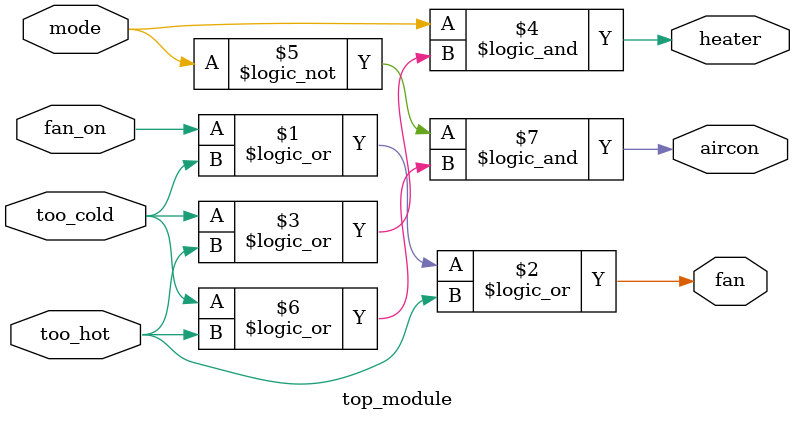
<source format=sv>
module top_module(
    input mode,
    input too_cold, 
    input too_hot,
    input fan_on,
    output heater,
    output aircon,
    output fan
);

	// Control the fan
	assign fan = fan_on || too_cold || too_hot;

	// Control the heater
	assign heater = mode && (too_cold || too_hot);

	// Control the air conditioner
	assign aircon = !mode && (too_cold || too_hot);
    
endmodule

</source>
